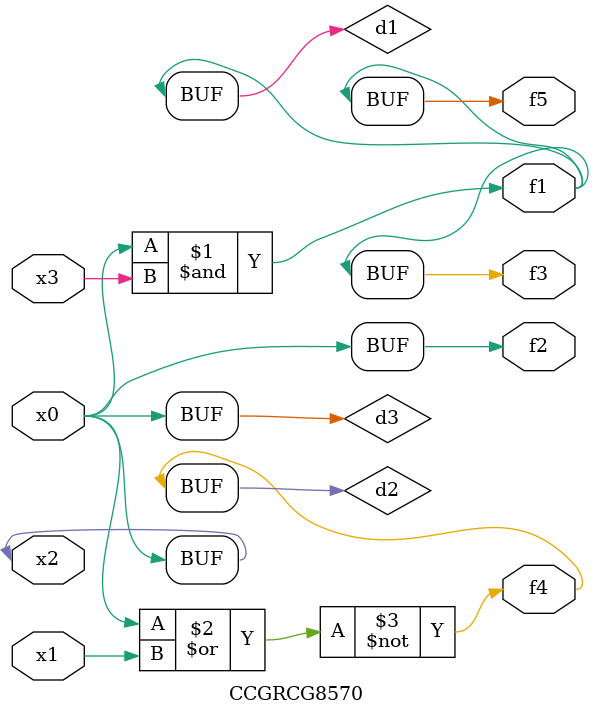
<source format=v>
module CCGRCG8570(
	input x0, x1, x2, x3,
	output f1, f2, f3, f4, f5
);

	wire d1, d2, d3;

	and (d1, x2, x3);
	nor (d2, x0, x1);
	buf (d3, x0, x2);
	assign f1 = d1;
	assign f2 = d3;
	assign f3 = d1;
	assign f4 = d2;
	assign f5 = d1;
endmodule

</source>
